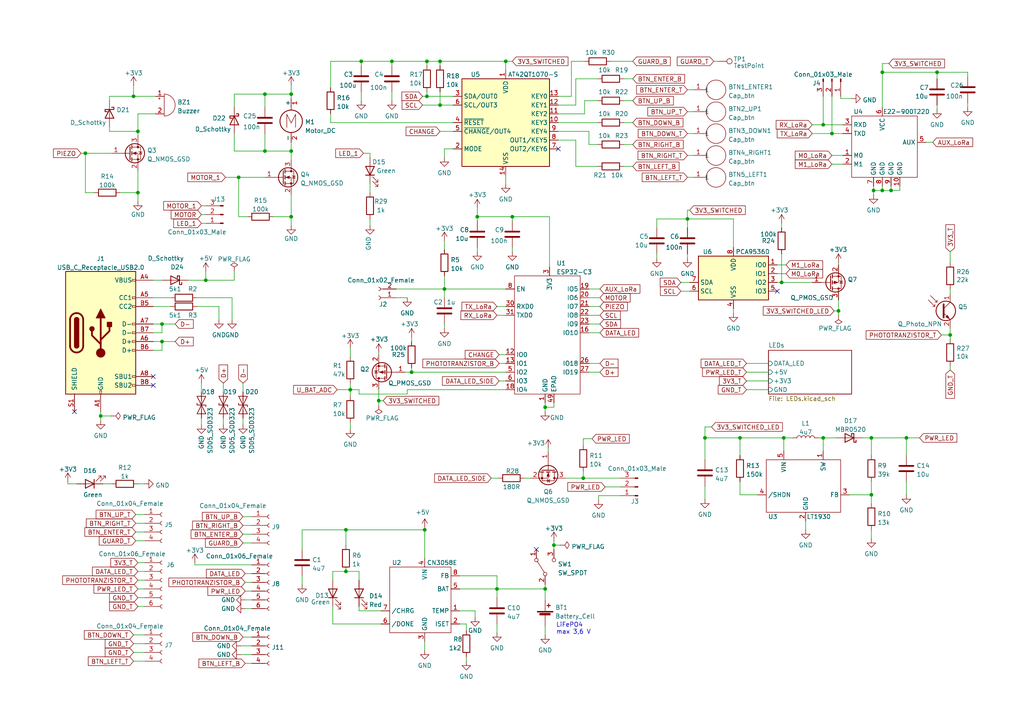
<source format=kicad_sch>
(kicad_sch (version 20211123) (generator eeschema)
  (paper "A4")
  (title_block (title "Universal module") (rev "1"))
  (junction (at 199.39 63.5))
  (junction (at 127.635 30.48))
  (junction (at 84.455 62.865))
  (junction (at 238.76 36.195))
  (junction (at 227.33 127))
  (junction (at 127.635 17.78))
  (junction (at 160.655 158.115))
  (junction (at 252.73 127))
  (junction (at 146.685 17.78))
  (junction (at 24.765 44.45))
  (junction (at 59.69 81.28))
  (junction (at 123.825 17.78))
  (junction (at 101.6 113.03))
  (junction (at 46.99 93.98))
  (junction (at 258.445 55.245))
  (junction (at 128.905 83.82))
  (junction (at 255.905 20.955))
  (junction (at 204.47 127))
  (junction (at 100.33 153.67))
  (junction (at 148.59 62.865))
  (junction (at 158.115 118.11))
  (junction (at 169.164 138.684))
  (junction (at 123.825 27.94))
  (junction (at 271.78 20.955))
  (junction (at 238.76 127))
  (junction (at 113.665 17.78))
  (junction (at 100.33 165.735))
  (junction (at 144.145 170.815))
  (junction (at 241.3 38.735))
  (junction (at 84.455 27.305))
  (junction (at 243.205 90.17))
  (junction (at 214.63 127))
  (junction (at 252.73 143.51))
  (junction (at 104.775 17.78))
  (junction (at 119.38 107.95))
  (junction (at 109.855 116.205))
  (junction (at 76.835 27.305))
  (junction (at 40.005 38.1))
  (junction (at 226.695 81.915))
  (junction (at 262.89 127))
  (junction (at 69.215 51.435))
  (junction (at 253.365 55.245))
  (junction (at 84.455 43.815))
  (junction (at 138.43 62.865))
  (junction (at 46.99 99.06))
  (junction (at 123.19 153.67))
  (junction (at 255.905 55.245))
  (junction (at 38.735 27.94))
  (junction (at 76.835 43.815))
  (junction (at 275.59 97.155))
  (junction (at 40.005 55.88))
  (junction (at 29.21 120.65))
  (junction (at 158.115 170.815))
  (no_connect (at 225.425 84.455))
  (no_connect (at 155.575 159.385))
  (no_connect (at 44.45 109.22))
  (no_connect (at 44.45 111.76))
  (no_connect (at 161.925 43.18))
  (no_connect (at 21.59 119.38))
  (wire (pts (xy 160.655 158.115) (xy 162.56 158.115)))
  (wire (pts (xy 144.78 110.49) (xy 146.685 110.49)))
  (wire (pts (xy 135.255 190.5) (xy 135.255 191.77)))
  (wire (pts (xy 170.815 86.36) (xy 173.99 86.36)))
  (wire (pts (xy 58.42 64.77) (xy 59.69 64.77)))
  (wire (pts (xy 275.59 98.425) (xy 275.59 97.155)))
  (wire (pts (xy 114.935 86.36) (xy 118.11 86.36)))
  (wire (pts (xy 225.425 81.915) (xy 226.695 81.915)))
  (wire (pts (xy 57.15 88.9) (xy 63.5 88.9)))
  (wire (pts (xy 54.61 81.28) (xy 59.69 81.28)))
  (wire (pts (xy 113.665 26.67) (xy 113.665 29.21)))
  (wire (pts (xy 243.205 86.995) (xy 243.205 90.17)))
  (wire (pts (xy 253.365 55.245) (xy 253.365 56.515)))
  (wire (pts (xy 40.005 38.1) (xy 40.005 33.02)))
  (wire (pts (xy 109.855 113.03) (xy 109.855 116.205)))
  (wire (pts (xy 123.19 186.055) (xy 123.19 188.595)))
  (wire (pts (xy 104.14 175.895) (xy 104.14 177.165)))
  (wire (pts (xy 137.795 179.07) (xy 137.795 177.165)))
  (wire (pts (xy 64.77 121.285) (xy 64.77 123.19)))
  (wire (pts (xy 29.21 120.65) (xy 32.385 120.65)))
  (wire (pts (xy 67.945 81.28) (xy 59.69 81.28)))
  (wire (pts (xy 158.115 181.61) (xy 158.115 184.15)))
  (wire (pts (xy 31.75 36.83) (xy 31.75 38.1)))
  (wire (pts (xy 109.855 116.205) (xy 109.855 117.475)))
  (wire (pts (xy 19.685 139.7) (xy 19.685 140.335)))
  (wire (pts (xy 44.45 88.9) (xy 49.53 88.9)))
  (wire (pts (xy 40.005 163.195) (xy 41.91 163.195)))
  (wire (pts (xy 87.63 167.005) (xy 87.63 169.545)))
  (wire (pts (xy 119.38 107.95) (xy 146.685 107.95)))
  (wire (pts (xy 39.37 154.305) (xy 41.91 154.305)))
  (wire (pts (xy 84.455 41.275) (xy 84.455 43.815)))
  (wire (pts (xy 101.6 111.125) (xy 101.6 113.03)))
  (wire (pts (xy 24.765 55.88) (xy 24.765 44.45)))
  (wire (pts (xy 160.655 158.115) (xy 160.655 159.385)))
  (wire (pts (xy 173.609 143.764) (xy 179.959 143.764)))
  (wire (pts (xy 271.78 20.955) (xy 280.67 20.955)))
  (wire (pts (xy 167.005 30.48) (xy 167.005 22.86)))
  (wire (pts (xy 144.78 102.87) (xy 146.685 102.87)))
  (wire (pts (xy 84.455 56.515) (xy 84.455 62.865)))
  (wire (pts (xy 237.49 127) (xy 238.76 127)))
  (wire (pts (xy 65.405 51.435) (xy 69.215 51.435)))
  (wire (pts (xy 144.145 91.44) (xy 146.685 91.44)))
  (wire (pts (xy 76.835 38.735) (xy 76.835 43.815)))
  (wire (pts (xy 70.485 184.785) (xy 73.025 184.785)))
  (wire (pts (xy 275.59 83.82) (xy 275.59 85.09)))
  (wire (pts (xy 206.375 123.825) (xy 204.47 123.825)))
  (wire (pts (xy 255.905 20.955) (xy 255.905 31.115)))
  (wire (pts (xy 250.19 127) (xy 252.73 127)))
  (wire (pts (xy 105.41 44.45) (xy 107.315 44.45)))
  (wire (pts (xy 31.75 38.1) (xy 40.005 38.1)))
  (wire (pts (xy 197.485 84.455) (xy 200.025 84.455)))
  (wire (pts (xy 161.925 38.1) (xy 170.815 38.1)))
  (wire (pts (xy 107.315 44.45) (xy 107.315 45.72)))
  (wire (pts (xy 39.37 149.225) (xy 41.91 149.225)))
  (wire (pts (xy 280.67 29.845) (xy 280.67 31.115)))
  (wire (pts (xy 117.475 107.95) (xy 119.38 107.95)))
  (wire (pts (xy 27.305 55.88) (xy 24.765 55.88)))
  (wire (pts (xy 146.685 50.8) (xy 146.685 53.34)))
  (wire (pts (xy 57.15 86.36) (xy 67.31 86.36)))
  (wire (pts (xy 46.99 93.98) (xy 50.8 93.98)))
  (wire (pts (xy 127.635 38.1) (xy 131.445 38.1)))
  (wire (pts (xy 183.515 17.78) (xy 177.165 17.78)))
  (wire (pts (xy 158.115 116.84) (xy 158.115 118.11)))
  (wire (pts (xy 84.455 24.765) (xy 84.455 27.305)))
  (wire (pts (xy 95.885 25.4) (xy 95.885 17.78)))
  (wire (pts (xy 38.735 184.15) (xy 41.91 184.15)))
  (wire (pts (xy 241.3 45.085) (xy 244.475 45.085)))
  (wire (pts (xy 71.12 166.37) (xy 73.025 166.37)))
  (wire (pts (xy 252.73 132.08) (xy 252.73 127)))
  (wire (pts (xy 122.555 27.94) (xy 123.825 27.94)))
  (wire (pts (xy 212.725 63.5) (xy 212.725 71.755)))
  (wire (pts (xy 138.43 71.755) (xy 138.43 73.025)))
  (wire (pts (xy 104.775 26.67) (xy 104.775 29.21)))
  (wire (pts (xy 169.164 136.779) (xy 169.164 138.684)))
  (wire (pts (xy 123.825 17.78) (xy 123.825 19.05)))
  (wire (pts (xy 262.89 127) (xy 262.89 132.08)))
  (wire (pts (xy 71.12 176.53) (xy 73.025 176.53)))
  (wire (pts (xy 58.42 62.23) (xy 59.69 62.23)))
  (wire (pts (xy 71.755 62.865) (xy 69.215 62.865)))
  (wire (pts (xy 133.35 180.975) (xy 135.255 180.975)))
  (wire (pts (xy 100.33 153.67) (xy 100.33 158.115)))
  (wire (pts (xy 29.845 140.335) (xy 32.385 140.335)))
  (wire (pts (xy 107.315 53.34) (xy 107.315 55.88)))
  (wire (pts (xy 227.33 127) (xy 229.87 127)))
  (wire (pts (xy 71.12 173.99) (xy 73.025 173.99)))
  (wire (pts (xy 199.39 26.035) (xy 201.295 26.035)))
  (wire (pts (xy 273.05 97.155) (xy 275.59 97.155)))
  (wire (pts (xy 225.425 76.835) (xy 227.965 76.835)))
  (wire (pts (xy 104.14 113.03) (xy 101.6 113.03)))
  (wire (pts (xy 59.69 81.28) (xy 59.69 78.74)))
  (wire (pts (xy 127.635 26.67) (xy 127.635 30.48)))
  (wire (pts (xy 216.535 110.49) (xy 222.885 110.49)))
  (wire (pts (xy 180.975 48.26) (xy 183.515 48.26)))
  (wire (pts (xy 113.665 17.78) (xy 123.825 17.78)))
  (wire (pts (xy 167.005 48.26) (xy 173.355 48.26)))
  (wire (pts (xy 133.35 177.165) (xy 137.795 177.165)))
  (wire (pts (xy 158.115 118.11) (xy 158.115 119.38)))
  (wire (pts (xy 161.925 30.48) (xy 167.005 30.48)))
  (wire (pts (xy 128.905 43.18) (xy 128.905 45.72)))
  (wire (pts (xy 63.5 88.9) (xy 63.5 92.71)))
  (wire (pts (xy 169.164 138.684) (xy 179.959 138.684)))
  (wire (pts (xy 214.63 143.51) (xy 214.63 139.7)))
  (wire (pts (xy 40.005 55.88) (xy 40.005 58.42)))
  (wire (pts (xy 84.455 27.305) (xy 84.455 28.575)))
  (wire (pts (xy 255.905 55.245) (xy 253.365 55.245)))
  (wire (pts (xy 40.005 49.53) (xy 40.005 55.88)))
  (wire (pts (xy 159.385 62.865) (xy 148.59 62.865)))
  (wire (pts (xy 118.11 113.03) (xy 118.11 114.3)))
  (wire (pts (xy 238.76 127) (xy 238.76 130.81)))
  (wire (pts (xy 170.815 96.52) (xy 173.99 96.52)))
  (wire (pts (xy 148.59 62.865) (xy 148.59 64.135)))
  (wire (pts (xy 70.485 154.94) (xy 73.025 154.94)))
  (wire (pts (xy 109.855 102.235) (xy 109.855 102.87)))
  (wire (pts (xy 87.63 153.67) (xy 87.63 159.385)))
  (wire (pts (xy 275.59 97.155) (xy 275.59 95.25)))
  (wire (pts (xy 76.835 27.305) (xy 84.455 27.305)))
  (wire (pts (xy 169.545 33.02) (xy 169.545 29.21)))
  (wire (pts (xy 146.685 17.78) (xy 148.59 17.78)))
  (wire (pts (xy 39.37 156.845) (xy 41.91 156.845)))
  (wire (pts (xy 257.81 18.415) (xy 255.905 18.415)))
  (wire (pts (xy 113.665 19.05) (xy 113.665 17.78)))
  (wire (pts (xy 199.39 51.435) (xy 201.295 51.435)))
  (wire (pts (xy 165.735 27.94) (xy 161.925 27.94)))
  (wire (pts (xy 241.3 47.625) (xy 244.475 47.625)))
  (wire (pts (xy 67.945 43.815) (xy 76.835 43.815)))
  (wire (pts (xy 247.015 28.575) (xy 243.84 28.575)))
  (wire (pts (xy 44.45 99.06) (xy 46.99 99.06)))
  (wire (pts (xy 199.39 60.96) (xy 199.39 63.5)))
  (wire (pts (xy 238.76 127) (xy 242.57 127)))
  (wire (pts (xy 19.685 140.335) (xy 22.225 140.335)))
  (wire (pts (xy 180.975 22.86) (xy 183.515 22.86)))
  (wire (pts (xy 135.255 180.975) (xy 135.255 182.88)))
  (wire (pts (xy 119.38 107.95) (xy 119.38 106.68)))
  (wire (pts (xy 255.905 18.415) (xy 255.905 20.955)))
  (wire (pts (xy 252.73 127) (xy 262.89 127)))
  (wire (pts (xy 255.905 20.955) (xy 271.78 20.955)))
  (wire (pts (xy 133.35 167.005) (xy 144.145 167.005)))
  (wire (pts (xy 110.49 177.165) (xy 104.14 177.165)))
  (wire (pts (xy 170.815 38.1) (xy 170.815 41.91)))
  (wire (pts (xy 104.14 114.3) (xy 104.14 113.03)))
  (wire (pts (xy 70.485 157.48) (xy 73.025 157.48)))
  (wire (pts (xy 190.5 73.66) (xy 190.5 74.93)))
  (wire (pts (xy 225.425 79.375) (xy 227.965 79.375)))
  (wire (pts (xy 138.43 62.865) (xy 148.59 62.865)))
  (wire (pts (xy 45.085 27.94) (xy 38.735 27.94)))
  (wire (pts (xy 69.215 51.435) (xy 76.835 51.435)))
  (wire (pts (xy 260.985 55.245) (xy 258.445 55.245)))
  (wire (pts (xy 29.21 120.65) (xy 29.21 121.92)))
  (wire (pts (xy 95.885 17.78) (xy 104.775 17.78)))
  (wire (pts (xy 138.43 60.325) (xy 138.43 62.865)))
  (wire (pts (xy 118.11 114.3) (xy 104.14 114.3)))
  (wire (pts (xy 199.39 45.085) (xy 201.295 45.085)))
  (wire (pts (xy 148.59 71.755) (xy 148.59 73.025)))
  (wire (pts (xy 24.765 44.45) (xy 32.385 44.45)))
  (wire (pts (xy 169.545 29.21) (xy 173.355 29.21)))
  (wire (pts (xy 190.5 66.04) (xy 190.5 63.5)))
  (wire (pts (xy 84.455 43.815) (xy 84.455 46.355)))
  (wire (pts (xy 96.52 165.735) (xy 100.33 165.735)))
  (wire (pts (xy 123.19 153.67) (xy 123.19 161.925)))
  (wire (pts (xy 170.815 107.95) (xy 173.99 107.95)))
  (wire (pts (xy 114.935 83.82) (xy 128.905 83.82)))
  (wire (pts (xy 238.76 36.195) (xy 244.475 36.195)))
  (wire (pts (xy 131.445 35.56) (xy 95.885 35.56)))
  (wire (pts (xy 122.555 30.48) (xy 127.635 30.48)))
  (wire (pts (xy 144.145 180.975) (xy 144.145 183.515)))
  (wire (pts (xy 241.3 38.735) (xy 244.475 38.735)))
  (wire (pts (xy 34.925 55.88) (xy 40.005 55.88)))
  (wire (pts (xy 131.445 43.18) (xy 128.905 43.18)))
  (wire (pts (xy 109.855 116.205) (xy 111.125 116.205)))
  (wire (pts (xy 252.73 143.51) (xy 252.73 146.05)))
  (wire (pts (xy 199.39 63.5) (xy 199.39 66.04)))
  (wire (pts (xy 110.49 180.975) (xy 96.52 180.975)))
  (wire (pts (xy 197.485 81.915) (xy 200.025 81.915)))
  (wire (pts (xy 101.6 113.03) (xy 101.6 114.935)))
  (wire (pts (xy 180.975 29.21) (xy 183.515 29.21)))
  (wire (pts (xy 199.39 73.66) (xy 199.39 74.93)))
  (wire (pts (xy 44.45 93.98) (xy 46.99 93.98)))
  (wire (pts (xy 58.42 59.69) (xy 59.69 59.69)))
  (wire (pts (xy 29.21 119.38) (xy 29.21 120.65)))
  (wire (pts (xy 167.005 22.86) (xy 173.355 22.86)))
  (wire (pts (xy 144.145 167.005) (xy 144.145 170.815)))
  (wire (pts (xy 79.375 62.865) (xy 84.455 62.865)))
  (wire (pts (xy 38.735 24.765) (xy 38.735 27.94)))
  (wire (pts (xy 152.146 138.684) (xy 153.924 138.684)))
  (wire (pts (xy 144.78 105.41) (xy 146.685 105.41)))
  (wire (pts (xy 44.45 101.6) (xy 46.99 101.6)))
  (wire (pts (xy 252.73 139.7) (xy 252.73 143.51)))
  (wire (pts (xy 169.164 127.254) (xy 169.164 129.159)))
  (wire (pts (xy 38.735 191.77) (xy 41.91 191.77)))
  (wire (pts (xy 180.975 35.56) (xy 183.515 35.56)))
  (wire (pts (xy 258.445 53.975) (xy 258.445 55.245)))
  (wire (pts (xy 96.52 168.275) (xy 96.52 165.735)))
  (wire (pts (xy 170.815 105.41) (xy 173.99 105.41)))
  (wire (pts (xy 40.005 33.02) (xy 45.085 33.02)))
  (wire (pts (xy 266.7 127) (xy 262.89 127)))
  (wire (pts (xy 104.775 19.05) (xy 104.775 17.78)))
  (wire (pts (xy 212.725 89.535) (xy 212.725 90.805)))
  (wire (pts (xy 262.89 139.7) (xy 262.89 143.51)))
  (wire (pts (xy 268.605 41.275) (xy 270.51 41.275)))
  (wire (pts (xy 67.945 27.305) (xy 76.835 27.305)))
  (wire (pts (xy 204.47 140.97) (xy 204.47 144.78)))
  (wire (pts (xy 235.585 38.735) (xy 241.3 38.735)))
  (wire (pts (xy 23.495 44.45) (xy 24.765 44.45)))
  (wire (pts (xy 159.385 77.47) (xy 159.385 62.865)))
  (wire (pts (xy 271.78 20.955) (xy 271.78 22.86)))
  (wire (pts (xy 243.84 28.575) (xy 243.84 27.94)))
  (wire (pts (xy 169.545 17.78) (xy 165.735 17.78)))
  (wire (pts (xy 107.315 63.5) (xy 107.315 65.405)))
  (wire (pts (xy 56.515 163.83) (xy 73.025 163.83)))
  (wire (pts (xy 144.145 173.355) (xy 144.145 170.815)))
  (wire (pts (xy 165.735 17.78) (xy 165.735 27.94)))
  (wire (pts (xy 44.45 96.52) (xy 46.99 96.52)))
  (wire (pts (xy 190.5 63.5) (xy 199.39 63.5)))
  (wire (pts (xy 180.975 41.91) (xy 183.515 41.91)))
  (wire (pts (xy 204.47 123.825) (xy 204.47 127)))
  (wire (pts (xy 40.005 173.355) (xy 41.91 173.355)))
  (wire (pts (xy 128.905 93.98) (xy 128.905 95.25)))
  (wire (pts (xy 58.42 121.285) (xy 58.42 123.19)))
  (wire (pts (xy 170.815 93.98) (xy 173.99 93.98)))
  (wire (pts (xy 97.79 113.03) (xy 101.6 113.03)))
  (wire (pts (xy 144.145 88.9) (xy 146.685 88.9)))
  (wire (pts (xy 146.685 17.78) (xy 146.685 20.32)))
  (wire (pts (xy 69.215 62.865) (xy 69.215 51.435)))
  (wire (pts (xy 208.28 17.78) (xy 207.01 17.78)))
  (wire (pts (xy 87.63 153.67) (xy 100.33 153.67)))
  (wire (pts (xy 246.38 143.51) (xy 252.73 143.51)))
  (wire (pts (xy 204.47 127) (xy 204.47 133.35)))
  (wire (pts (xy 100.33 153.67) (xy 123.19 153.67)))
  (wire (pts (xy 95.885 35.56) (xy 95.885 33.02)))
  (wire (pts (xy 170.815 91.44) (xy 173.99 91.44)))
  (wire (pts (xy 227.33 130.81) (xy 227.33 127)))
  (wire (pts (xy 160.655 118.11) (xy 158.115 118.11)))
  (wire (pts (xy 39.37 151.765) (xy 41.91 151.765)))
  (wire (pts (xy 58.42 111.125) (xy 58.42 113.665)))
  (wire (pts (xy 252.73 153.67) (xy 252.73 156.21)))
  (wire (pts (xy 204.47 127) (xy 214.63 127)))
  (wire (pts (xy 44.45 86.36) (xy 49.53 86.36)))
  (wire (pts (xy 142.494 138.684) (xy 144.526 138.684)))
  (wire (pts (xy 241.3 27.94) (xy 241.3 38.735)))
  (wire (pts (xy 104.14 168.275) (xy 104.14 165.735)))
  (wire (pts (xy 226.695 73.66) (xy 226.695 81.915)))
  (wire (pts (xy 216.535 107.95) (xy 222.885 107.95)))
  (wire (pts (xy 128.905 83.82) (xy 146.685 83.82)))
  (wire (pts (xy 233.68 151.13) (xy 233.68 153.67)))
  (wire (pts (xy 127.635 30.48) (xy 131.445 30.48)))
  (wire (pts (xy 170.815 83.82) (xy 173.99 83.82)))
  (wire (pts (xy 238.76 27.94) (xy 238.76 36.195)))
  (wire (pts (xy 170.815 41.91) (xy 173.355 41.91)))
  (wire (pts (xy 70.485 149.86) (xy 73.025 149.86)))
  (wire (pts (xy 123.825 26.67) (xy 123.825 27.94)))
  (wire (pts (xy 46.99 93.98) (xy 46.99 96.52)))
  (wire (pts (xy 76.835 27.305) (xy 76.835 31.115)))
  (wire (pts (xy 76.835 43.815) (xy 84.455 43.815)))
  (wire (pts (xy 101.6 100.965) (xy 101.6 103.505)))
  (wire (pts (xy 199.39 63.5) (xy 212.725 63.5)))
  (wire (pts (xy 271.78 30.48) (xy 271.78 31.75)))
  (wire (pts (xy 158.115 169.545) (xy 158.115 170.815)))
  (wire (pts (xy 170.815 88.9) (xy 173.99 88.9)))
  (wire (pts (xy 44.45 81.28) (xy 46.99 81.28)))
  (wire (pts (xy 69.85 187.325) (xy 73.025 187.325)))
  (wire (pts (xy 127.635 17.78) (xy 146.685 17.78)))
  (wire (pts (xy 31.75 27.94) (xy 38.735 27.94)))
  (wire (pts (xy 159.004 130.048) (xy 159.004 131.064)))
  (wire (pts (xy 67.945 78.74) (xy 67.945 81.28)))
  (wire (pts (xy 128.905 80.01) (xy 128.905 83.82)))
  (wire (pts (xy 160.655 156.845) (xy 160.655 158.115)))
  (wire (pts (xy 216.535 113.03) (xy 222.885 113.03)))
  (wire (pts (xy 70.485 152.4) (xy 73.025 152.4)))
  (wire (pts (xy 161.925 33.02) (xy 169.545 33.02)))
  (wire (pts (xy 173.609 143.764) (xy 173.609 145.034)))
  (wire (pts (xy 40.005 170.815) (xy 41.91 170.815)))
  (wire (pts (xy 127.635 17.78) (xy 127.635 19.05)))
  (wire (pts (xy 161.925 40.64) (xy 167.005 40.64)))
  (wire (pts (xy 123.19 153.035) (xy 123.19 153.67)))
  (wire (pts (xy 71.12 192.405) (xy 73.025 192.405)))
  (wire (pts (xy 123.825 17.78) (xy 127.635 17.78)))
  (wire (pts (xy 167.005 40.64) (xy 167.005 48.26)))
  (wire (pts (xy 64.77 111.125) (xy 64.77 113.665)))
  (wire (pts (xy 243.205 90.17) (xy 243.205 91.44)))
  (wire (pts (xy 56.515 163.83) (xy 56.515 163.195)))
  (wire (pts (xy 40.005 168.275) (xy 41.91 168.275)))
  (wire (pts (xy 40.005 165.735) (xy 41.91 165.735)))
  (wire (pts (xy 275.59 107.315) (xy 275.59 106.045)))
  (wire (pts (xy 199.39 38.735) (xy 201.295 38.735)))
  (wire (pts (xy 179.959 141.224) (xy 175.514 141.224)))
  (wire (pts (xy 199.39 32.385) (xy 201.295 32.385)))
  (wire (pts (xy 226.695 81.915) (xy 235.585 81.915)))
  (wire (pts (xy 144.145 170.815) (xy 158.115 170.815)))
  (wire (pts (xy 128.905 69.85) (xy 128.905 72.39)))
  (wire (pts (xy 255.905 53.975) (xy 255.905 55.245)))
  (wire (pts (xy 71.12 168.91) (xy 73.025 168.91)))
  (wire (pts (xy 160.655 116.84) (xy 160.655 118.11)))
  (wire (pts (xy 40.005 175.895) (xy 41.91 175.895)))
  (wire (pts (xy 38.735 186.69) (xy 41.91 186.69)))
  (wire (pts (xy 258.445 55.245) (xy 255.905 55.245)))
  (wire (pts (xy 253.365 53.975) (xy 253.365 55.245)))
  (wire (pts (xy 243.205 90.17) (xy 241.935 90.17)))
  (wire (pts (xy 214.63 132.08) (xy 214.63 127)))
  (wire (pts (xy 200.025 60.96) (xy 199.39 60.96)))
  (wire (pts (xy 219.71 143.51) (xy 214.63 143.51)))
  (wire (pts (xy 96.52 175.895) (xy 96.52 180.975)))
  (wire (pts (xy 280.67 22.225) (xy 280.67 20.955)))
  (wire (pts (xy 40.005 140.335) (xy 41.91 140.335)))
  (wire (pts (xy 123.825 27.94) (xy 131.445 27.94)))
  (wire (pts (xy 133.35 170.815) (xy 144.145 170.815)))
  (wire (pts (xy 70.485 121.285) (xy 70.485 123.19)))
  (wire (pts (xy 101.6 122.555) (xy 101.6 124.46)))
  (wire (pts (xy 119.38 97.79) (xy 119.38 99.06)))
  (wire (pts (xy 161.925 35.56) (xy 173.355 35.56)))
  (wire (pts (xy 69.85 189.865) (xy 73.025 189.865)))
  (wire (pts (xy 40.005 38.1) (xy 40.005 39.37)))
  (wire (pts (xy 138.43 64.135) (xy 138.43 62.865)))
  (wire (pts (xy 216.535 105.41) (xy 222.885 105.41)))
  (wire (pts (xy 67.945 31.115) (xy 67.945 27.305)))
  (wire (pts (xy 146.685 113.03) (xy 118.11 113.03)))
  (wire (pts (xy 46.99 99.06) (xy 46.99 101.6)))
  (wire (pts (xy 164.084 138.684) (xy 169.164 138.684)))
  (wire (pts (xy 104.775 17.78) (xy 113.665 17.78)))
  (wire (pts (xy 67.31 86.36) (xy 67.31 92.71)))
  (wire (pts (xy 243.205 76.2) (xy 243.205 76.835)))
  (wire (pts (xy 84.455 62.865) (xy 84.455 65.405)))
  (wire (pts (xy 100.33 165.735) (xy 104.14 165.735)))
  (wire (pts (xy 226.695 64.77) (xy 226.695 66.04)))
  (wire (pts (xy 70.485 111.125) (xy 70.485 113.665)))
  (wire (pts (xy 71.12 171.45) (xy 73.025 171.45)))
  (wire (pts (xy 260.985 53.975) (xy 260.985 55.245)))
  (wire (pts (xy 38.735 189.23) (xy 41.91 189.23)))
  (wire (pts (xy 214.63 127) (xy 227.33 127)))
  (wire (pts (xy 31.75 27.94) (xy 31.75 29.21)))
  (wire (pts (xy 128.905 83.82) (xy 128.905 86.36)))
  (wire (pts (xy 169.164 127.254) (xy 171.704 127.254)))
  (wire (pts (xy 158.115 170.815) (xy 158.115 173.99)))
  (wire (pts (xy 67.945 38.735) (xy 67.945 43.815)))
  (wire (pts (xy 275.59 73.025) (xy 275.59 76.2)))
  (wire (pts (xy 235.585 36.195) (xy 238.76 36.195)))
  (wire (pts (xy 46.99 99.06) (xy 50.8 99.06)))
  (text "LiFePO4\nmax 3,6 V" (at 161.29 184.15 0) (effects (font (size 1.27 1.27)) (justify left bottom)))
  (global_label "PWR_LED" (shape input) (at 171.704 127.254 0) (property "Intersheet References" "${INTERSHEET_REFS}" (effects hide)))
  (global_label "DATA_LED_SIDE" (shape input) (at 142.494 138.684 180) (property "Intersheet References" "${INTERSHEET_REFS}" (effects hide)))
  (global_label "LED_1" (shape input) (at 58.42 64.77 180) (property "Intersheet References" "${INTERSHEET_REFS}" (effects hide)))
  (global_label "M1_LoRa" (shape input) (at 227.965 76.835 0) (property "Intersheet References" "${INTERSHEET_REFS}" (effects hide)))
  (global_label "SDA" (shape input) (at 122.555 27.94 180) (property "Intersheet References" "${INTERSHEET_REFS}" (effects hide)))
  (global_label "MOTOR" (shape input) (at 173.99 86.36 0) (property "Intersheet References" "${INTERSHEET_REFS}" (effects hide)))
  (global_label "3V3_SWITCHED" (shape input) (at 200.025 60.96 0) (property "Intersheet References" "${INTERSHEET_REFS}" (effects hide)))
  (global_label "SCL" (shape input) (at 197.485 84.455 180) (property "Intersheet References" "${INTERSHEET_REFS}" (effects hide)))
  (global_label "D+" (shape input) (at 173.99 107.95 0) (property "Intersheet References" "${INTERSHEET_REFS}" (effects hide)))
  (global_label "BTN_DOWN_T" (shape input) (at 38.735 184.15 180) (property "Intersheet References" "${INTERSHEET_REFS}" (effects hide)))
  (global_label "DATA_LED" (shape input) (at 173.99 96.52 0) (property "Intersheet References" "${INTERSHEET_REFS}" (effects hide)))
  (global_label "BTN_RIGHT_B" (shape input) (at 183.515 41.91 0) (property "Intersheet References" "${INTERSHEET_REFS}" (effects hide)))
  (global_label "GUARD_T" (shape input) (at 39.37 156.845 180) (property "Intersheet References" "${INTERSHEET_REFS}" (effects hide)))
  (global_label "GND_T" (shape input) (at 40.005 175.895 180) (property "Intersheet References" "${INTERSHEET_REFS}" (effects hide)))
  (global_label "3V3_SWITCHED_LED" (shape input) (at 206.375 123.825 0) (property "Intersheet References" "${INTERSHEET_REFS}" (effects hide)))
  (global_label "PWR_LED_T" (shape input) (at 40.005 170.815 180) (property "Intersheet References" "${INTERSHEET_REFS}" (effects hide)))
  (global_label "BTN_UP_T" (shape input) (at 199.39 32.385 180) (property "Intersheet References" "${INTERSHEET_REFS}" (effects hide)))
  (global_label "SCL" (shape input) (at 122.555 30.48 180) (property "Intersheet References" "${INTERSHEET_REFS}" (effects hide)))
  (global_label "DATA_LED_T" (shape input) (at 40.005 165.735 180) (property "Intersheet References" "${INTERSHEET_REFS}" (effects hide)))
  (global_label "MOTOR" (shape input) (at 58.42 62.23 180) (property "Intersheet References" "${INTERSHEET_REFS}" (effects hide)))
  (global_label "GUARD_B" (shape input) (at 70.485 157.48 180) (property "Intersheet References" "${INTERSHEET_REFS}" (effects hide)))
  (global_label "PHOTOTRANZISTOR_T" (shape input) (at 40.005 168.275 180) (property "Intersheet References" "${INTERSHEET_REFS}" (effects hide)))
  (global_label "AUX_LoRa" (shape input) (at 270.51 41.275 0) (property "Intersheet References" "${INTERSHEET_REFS}" (effects hide)))
  (global_label "BTN_RIGHT_T" (shape input) (at 39.37 151.765 180) (property "Intersheet References" "${INTERSHEET_REFS}" (effects hide)))
  (global_label "D+" (shape input) (at 50.8 99.06 0) (property "Intersheet References" "${INTERSHEET_REFS}" (effects hide)))
  (global_label "3V3_SWITCHED" (shape input) (at 257.81 18.415 0) (property "Intersheet References" "${INTERSHEET_REFS}" (effects hide)))
  (global_label "DATA_LED_T" (shape input) (at 216.535 105.41 180) (property "Intersheet References" "${INTERSHEET_REFS}" (effects hide)))
  (global_label "BTN_UP_B" (shape input) (at 70.485 149.86 180) (property "Intersheet References" "${INTERSHEET_REFS}" (effects hide)))
  (global_label "BTN_LEFT_T" (shape input) (at 199.39 51.435 180) (property "Intersheet References" "${INTERSHEET_REFS}" (effects hide)))
  (global_label "GND_T" (shape input) (at 38.735 189.23 180) (property "Intersheet References" "${INTERSHEET_REFS}" (effects hide)))
  (global_label "LED_1" (shape input) (at 105.41 44.45 180) (property "Intersheet References" "${INTERSHEET_REFS}" (effects hide)))
  (global_label "BTN_LEFT_B" (shape input) (at 183.515 48.26 0) (property "Intersheet References" "${INTERSHEET_REFS}" (effects hide)))
  (global_label "3V3_SWITCHED" (shape input) (at 111.125 116.205 0) (property "Intersheet References" "${INTERSHEET_REFS}" (effects hide)))
  (global_label "BTN_RIGHT_B" (shape input) (at 70.485 152.4 180) (property "Intersheet References" "${INTERSHEET_REFS}" (effects hide)))
  (global_label "PHOTOTRANZISTOR_B" (shape input) (at 144.78 105.41 180) (property "Intersheet References" "${INTERSHEET_REFS}" (effects hide)))
  (global_label "D-" (shape input) (at 70.485 111.125 90) (property "Intersheet References" "${INTERSHEET_REFS}" (effects hide)))
  (global_label "MOTOR_1" (shape input) (at 65.405 51.435 180) (property "Intersheet References" "${INTERSHEET_REFS}" (effects hide)))
  (global_label "M0_LoRa" (shape input) (at 227.965 79.375 0) (property "Intersheet References" "${INTERSHEET_REFS}" (effects hide)))
  (global_label "BTN_ENTER_B" (shape input) (at 183.515 22.86 0) (property "Intersheet References" "${INTERSHEET_REFS}" (effects hide)))
  (global_label "M0_LoRa" (shape input) (at 241.3 45.085 180) (property "Intersheet References" "${INTERSHEET_REFS}" (effects hide)))
  (global_label "GND_T" (shape input) (at 216.535 113.03 180) (property "Intersheet References" "${INTERSHEET_REFS}" (effects hide)))
  (global_label "SDA" (shape input) (at 173.99 93.98 0) (property "Intersheet References" "${INTERSHEET_REFS}" (effects hide)))
  (global_label "BTN_ENTER_T" (shape input) (at 199.39 26.035 180) (property "Intersheet References" "${INTERSHEET_REFS}" (effects hide)))
  (global_label "GND_T" (shape input) (at 275.59 107.315 270) (property "Intersheet References" "${INTERSHEET_REFS}" (effects hide)))
  (global_label "GUARD_T" (shape input) (at 207.01 17.78 180) (property "Intersheet References" "${INTERSHEET_REFS}" (effects hide)))
  (global_label "3V3_T" (shape input) (at 216.535 110.49 180) (property "Intersheet References" "${INTERSHEET_REFS}" (effects hide)))
  (global_label "3V3_SWITCHED" (shape input) (at 148.59 17.78 0) (property "Intersheet References" "${INTERSHEET_REFS}" (effects hide)))
  (global_label "U_BAT_ADC" (shape input) (at 97.79 113.03 180) (property "Intersheet References" "${INTERSHEET_REFS}" (effects hide)))
  (global_label "PWR_LED" (shape input) (at 175.514 141.224 180) (property "Intersheet References" "${INTERSHEET_REFS}" (effects hide)))
  (global_label "BTN_ENTER_T" (shape input) (at 39.37 154.305 180) (property "Intersheet References" "${INTERSHEET_REFS}" (effects hide)))
  (global_label "3V3_T" (shape input) (at 40.005 163.195 180) (property "Intersheet References" "${INTERSHEET_REFS}" (effects hide)))
  (global_label "CHANGE" (shape input) (at 144.78 102.87 180) (property "Intersheet References" "${INTERSHEET_REFS}" (effects hide)))
  (global_label "BTN_DOWN_B" (shape input) (at 70.485 184.785 180) (property "Intersheet References" "${INTERSHEET_REFS}" (effects hide)))
  (global_label "BTN_LEFT_B" (shape input) (at 71.12 192.405 180) (property "Intersheet References" "${INTERSHEET_REFS}" (effects hide)))
  (global_label "GND_T" (shape input) (at 38.735 186.69 180) (property "Intersheet References" "${INTERSHEET_REFS}" (effects hide)))
  (global_label "CHANGE" (shape input) (at 127.635 38.1 180) (property "Intersheet References" "${INTERSHEET_REFS}" (effects hide)))
  (global_label "GND_T" (shape input) (at 40.005 173.355 180) (property "Intersheet References" "${INTERSHEET_REFS}" (effects hide)))
  (global_label "GUARD_B" (shape input) (at 183.515 17.78 0) (property "Intersheet References" "${INTERSHEET_REFS}" (effects hide)))
  (global_label "DATA_LED" (shape input) (at 71.12 166.37 180) (property "Intersheet References" "${INTERSHEET_REFS}" (effects hide)))
  (global_label "PIEZO" (shape input) (at 173.99 88.9 0) (property "Intersheet References" "${INTERSHEET_REFS}" (effects hide)))
  (global_label "RX_LoRa" (shape input) (at 144.145 91.44 180) (property "Intersheet References" "${INTERSHEET_REFS}" (effects hide)))
  (global_label "AUX_LoRa" (shape input) (at 173.99 83.82 0) (property "Intersheet References" "${INTERSHEET_REFS}" (effects hide)))
  (global_label "TX_LoRa" (shape input) (at 235.585 38.735 180) (property "Intersheet References" "${INTERSHEET_REFS}" (effects hide)))
  (global_label "BTN_UP_T" (shape input) (at 39.37 149.225 180) (property "Intersheet References" "${INTERSHEET_REFS}" (effects hide)))
  (global_label "D-" (shape input) (at 50.8 93.98 0) (property "Intersheet References" "${INTERSHEET_REFS}" (effects hide)))
  (global_label "BTN_DOWN_T" (shape input) (at 199.39 38.735 180) (property "Intersheet References" "${INTERSHEET_REFS}" (effects hide)))
  (global_label "BTN_ENTER_B" (shape input) (at 70.485 154.94 180) (property "Intersheet References" "${INTERSHEET_REFS}" (effects hide)))
  (global_label "TX_LoRa" (shape input) (at 144.145 88.9 180) (property "Intersheet References" "${INTERSHEET_REFS}" (effects hide)))
  (global_label "DATA_LED_SIDE" (shape input) (at 144.78 110.49 180) (property "Intersheet References" "${INTERSHEET_REFS}" (effects hide)))
  (global_label "SCL" (shape input) (at 173.99 91.44 0) (property "Intersheet References" "${INTERSHEET_REFS}" (effects hide)))
  (global_label "PWR_LED" (shape input) (at 71.12 171.45 180) (property "Intersheet References" "${INTERSHEET_REFS}" (effects hide)))
  (global_label "PHOTOTRANZISTOR_T" (shape input) (at 273.05 97.155 180) (property "Intersheet References" "${INTERSHEET_REFS}" (effects hide)))
  (global_label "M1_LoRa" (shape input) (at 241.3 47.625 180) (property "Intersheet References" "${INTERSHEET_REFS}" (effects hide)))
  (global_label "PHOTOTRANZISTOR_B" (shape input) (at 71.12 168.91 180) (property "Intersheet References" "${INTERSHEET_REFS}" (effects hide)))
  (global_label "3V3_SWITCHED_LED" (shape input) (at 241.935 90.17 180) (property "Intersheet References" "${INTERSHEET_REFS}" (effects hide)))
  (global_label "PWR_LED" (shape input) (at 266.7 127 0) (property "Intersheet References" "${INTERSHEET_REFS}" (effects hide)))
  (global_label "MOTOR_1" (shape input) (at 58.42 59.69 180) (property "Intersheet References" "${INTERSHEET_REFS}" (effects hide)))
  (global_label "PIEZO" (shape input) (at 23.495 44.45 180) (property "Intersheet References" "${INTERSHEET_REFS}" (effects hide)))
  (global_label "PWR_LED_T" (shape input) (at 216.535 107.95 180) (property "Intersheet References" "${INTERSHEET_REFS}" (effects hide)))
  (global_label "RX_LoRa" (shape input) (at 235.585 36.195 180) (property "Intersheet References" "${INTERSHEET_REFS}" (effects hide)))
  (global_label "D+" (shape input) (at 64.77 111.125 90) (property "Intersheet References" "${INTERSHEET_REFS}" (effects hide)))
  (global_label "SDA" (shape input) (at 197.485 81.915 180) (property "Intersheet References" "${INTERSHEET_REFS}" (effects hide)))
  (global_label "BTN_DOWN_B" (shape input) (at 183.515 35.56 0) (property "Intersheet References" "${INTERSHEET_REFS}" (effects hide)))
  (global_label "BTN_UP_B" (shape input) (at 183.515 29.21 0) (property "Intersheet References" "${INTERSHEET_REFS}" (effects hide)))
  (global_label "D-" (shape input) (at 173.99 105.41 0) (property "Intersheet References" "${INTERSHEET_REFS}" (effects hide)))
  (global_label "3V3_T" (shape input) (at 275.59 73.025 90) (property "Intersheet References" "${INTERSHEET_REFS}" (effects hide)))
  (global_label "BTN_LEFT_T" (shape input) (at 38.735 191.77 180) (property "Intersheet References" "${INTERSHEET_REFS}" (effects hide)))
  (global_label "BTN_RIGHT_T" (shape input) (at 199.39 45.085 180) (property "Intersheet References" "${INTERSHEET_REFS}" (effects hide)))
  (symbol (lib_id "Device:C") (at 113.665 22.86 0) (unit 1)
    (property "Reference" "C4" (at 108.585 21.59 0) (effects (justify left)))
    (property "Value" "100n" (at 107.315 25.4 0) (effects (justify left)))
    (property "Footprint" "Capacitor_SMD:C_0603_1608Metric" (effects hide))
    (property "LCSC" "C14663" (effects hide))
  )
  (symbol (lib_name "E22-900T22D_1") (lib_id "Library:E22-900T22D") (at 259.715 42.545 0) (unit 1)
    (property "Reference" "U4" (at 248.92 32.385 0))
    (property "Value" "E22-900T22D" (at 262.89 32.385 0))
    (property "Footprint" "Library:E22-900T22D" (effects hide))
    (property "LCSC" "ručně" (effects hide))
  )
  (symbol (lib_id "Device:Q_NMOS_GSD") (at 81.915 51.435 0) (unit 1)
    (property "Reference" "Q4" (at 87.122 50.6003 0) (effects (justify left)))
    (property "Value" "Q_NMOS_GSD" (at 87.122 53.1372 0) (effects (justify left)))
    (property "Footprint" "Package_TO_SOT_SMD:SOT-23" (effects hide))
    (property "LCSC" "C8545" (effects hide))
    (property "JLCPCB_CORRECTION" "0;0;180" (effects hide))
  )
  (symbol (lib_id "Connector:Conn_01x04_Female") (at 78.105 187.325 0) (unit 1)
    (property "Reference" "J11" (at 78.8162 187.7603 0) (effects (justify left)))
    (property "Value" "Conn_01x04_Female" (at 59.055 182.245 0) (effects (justify left)))
    (property "Footprint" "Connector_PinHeader_2.54mm:PinHeader_1x04_P2.54mm_Vertical" (effects hide))
    (property "LCSC" "ručně" (effects hide))
  )
  (symbol (lib_id "Device:LED") (at 96.52 172.085 90) (unit 1)
    (property "Reference" "D13" (at 91.44 172.72 90) (effects (justify right)))
    (property "Value" "Green" (at 90.17 174.625 90) (effects (justify right)))
    (property "Footprint" "LED_SMD:LED_0603_1608Metric" (effects hide))
    (property "LCSC" "C965805" (effects hide))
  )
  (symbol (lib_id "Device:Q_PMOS_GSD") (at 240.665 81.915 0) (mirror x) (unit 1)
    (property "Reference" "Q7" (at 245.8719 81.0803 0) (effects (justify left)))
    (property "Value" "Q_PMOS_GSD" (at 229.235 86.36 0) (effects (justify left)))
    (property "Footprint" "Package_TO_SOT_SMD:SOT-23" (effects hide))
    (property "LCSC" "C10487" (effects hide))
    (property "JLCPCB_CORRECTION" "0;0;180" (effects hide))
  )
  (symbol (lib_id "Device:R") (at 173.355 17.78 90) (unit 1)
    (property "Reference" "R30" (at 178.435 15.24 90) (effects (justify left)))
    (property "Value" "10k" (at 173.355 15.24 90) (effects (justify left)))
    (property "Footprint" "Resistor_SMD:R_0603_1608Metric" (effects hide))
    (property "LCSC" "C25804" (effects hide))
  )
  (symbol (lib_id "Device:R") (at 101.6 107.315 0) (unit 1)
    (property "Reference" "R1" (at 96.52 106.045 0) (effects (justify left)))
    (property "Value" "47k" (at 96.52 108.585 0) (effects (justify left)))
    (property "Footprint" "Resistor_SMD:R_0603_1608Metric" (effects hide))
    (property "LCSC" "C25819" (effects hide))
  )
  (symbol (lib_id "power:+3V3") (at 138.43 60.325 0) (unit 1)
    (property "Reference" "#PWR0133" (effects hide))
    (property "Value" "+3V3" (at 138.43 56.515 0))
  )
  (symbol (lib_id "Device:D_Schottky") (at 50.8 81.28 180) (unit 1)
    (property "Reference" "D24" (at 53.34 77.47 0) (effects (justify left)))
    (property "Value" "D_Schottky" (at 53.34 74.93 0) (effects (justify left)))
    (property "Footprint" "Diode_SMD:D_SOD-123" (effects hide))
    (property "Datasheet" "https://datasheet.lcsc.com/lcsc/2110281130_KUU-B5817W_C2909923.pdf" (effects hide))
    (property "LCSC" "C2909923" (effects hide))
  )
  (symbol (lib_id "Device:R") (at 101.6 118.745 0) (unit 1)
    (property "Reference" "R7" (at 96.52 117.475 0) (effects (justify left)))
    (property "Value" "10k" (at 96.52 120.015 0) (effects (justify left)))
    (property "Footprint" "Resistor_SMD:R_0603_1608Metric" (effects hide))
    (property "LCSC" "C25804" (effects hide))
  )
  (symbol (lib_id "Connector:Conn_01x06_Female") (at 78.105 168.91 0) (unit 1)
    (property "Reference" "J8" (at 78.8162 169.3453 0) (effects (justify left)))
    (property "Value" "Conn_01x06_Female" (at 59.69 161.29 0) (effects (justify left)))
    (property "Footprint" "Connector_PinSocket_2.54mm:PinSocket_1x06_P2.54mm_Vertical" (effects hide))
    (property "LCSC" "ručně" (effects hide))
  )
  (symbol (lib_id "Device:D_Schottky") (at 31.75 33.02 270) (unit 1)
    (property "Reference" "D21" (at 33.782 31.8678 90) (effects (justify left)))
    (property "Value" "D_Schottky" (at 20.32 35.56 90) (effects (justify left)))
    (property "Footprint" "Diode_SMD:D_SOD-123" (effects hide))
    (property "Datasheet" "https://datasheet.lcsc.com/lcsc/2110281130_KUU-B5817W_C2909923.pdf" (effects hide))
    (property "LCSC" "C2909923" (effects hide))
  )
  (symbol (lib_id "Device:R") (at 107.315 59.69 0) (unit 1)
    (property "Reference" "R29" (at 110.49 58.42 0))
    (property "Value" "1k" (at 110.49 60.96 0))
    (property "Footprint" "Resistor_SMD:R_0603_1608Metric" (effects hide))
    (property "LCSC" "C21190" (effects hide))
  )
  (symbol (lib_id "Device:R") (at 169.164 132.969 0) (unit 1)
    (property "Reference" "R11" (at 170.942 132.1343 0) (effects (justify left)))
    (property "Value" "10k" (at 170.942 134.6712 0) (effects (justify left)))
    (property "Footprint" "Resistor_SMD:R_0603_1608Metric" (effects hide))
    (property "LCSC" "C25804" (effects hide))
  )
  (symbol (lib_id "Device:C") (at 87.63 163.195 0) (unit 1)
    (property "Reference" "C1" (at 90.551 162.3603 0) (effects (justify left)))
    (property "Value" "4u7" (at 90.551 164.8972 0) (effects (justify left)))
    (property "Footprint" "Capacitor_SMD:C_0805_2012Metric" (effects hide))
    (property "LCSC" "C1779" (effects hide))
  )
  (symbol (lib_id "Device:D_Schottky") (at 67.945 34.925 270) (unit 1)
    (property "Reference" "D22" (at 61.595 34.29 90) (effects (justify left)))
    (property "Value" "D_Schottky" (at 56.515 37.465 90) (effects (justify left)))
    (property "Footprint" "Diode_SMD:D_SOD-123" (effects hide))
    (property "Datasheet" "https://datasheet.lcsc.com/lcsc/2110281130_KUU-B5817W_C2909923.pdf" (effects hide))
    (property "LCSC" "C2909923" (effects hide))
  )
  (symbol (lib_id "Connector:Conn_01x02_Female") (at 109.855 86.36 180) (unit 1)
    (property "Reference" "J2" (at 111.125 88.265 0))
    (property "Value" "Conn_01x02_Female" (at 110.49 81.28 0))
    (property "Footprint" "Connector_PinSocket_1.27mm:PinSocket_1x02_P1.27mm_Vertical" (effects hide))
    (property "LCSC" "ručně" (effects hide))
  )
  (symbol (lib_id "power:+3V3") (at 243.205 76.2 0) (mirror y) (unit 1)
    (property "Reference" "#PWR0182" (effects hide))
    (property "Value" "+3V3" (at 245.745 72.39 0) (effects (justify left)))
  )
  (symbol (lib_id "Library:Cap_btn") (at 207.645 38.735 0) (unit 1)
    (property "Reference" "BTN3_DOWN1" (at 211.2214 37.9257 0) (effects (justify left)))
    (property "Value" "Cap_btn" (at 211.2214 40.4626 0) (effects (justify left)))
    (property "Footprint" "Library:Cap_btn_1,6x1,6" (effects hide))
    (property "LCSC" "-" (effects hide))
  )
  (symbol (lib_id "power:GND") (at 128.905 45.72 0) (unit 1)
    (property "Reference" "#PWR0128" (effects hide))
    (property "Value" "GND" (at 128.905 50.1634 0))
  )
  (symbol (lib_id "Device:Q_NMOS_GSD") (at 159.004 136.144 270) (unit 1)
    (property "Reference" "Q6" (at 159.004 142.6194 90))
    (property "Value" "Q_NMOS_GSD" (at 159.004 145.1563 90))
    (property "Footprint" "Package_TO_SOT_SMD:SOT-23" (effects hide))
    (property "LCSC" "C8545" (effects hide))
    (property "JLCPCB_CORRECTION" "0;0;180" (effects hide))
  )
  (symbol (lib_id "power:GND") (at 144.145 183.515 0) (unit 1)
    (property "Reference" "#PWR0150" (effects hide))
    (property "Value" "GND" (at 144.145 187.9584 0))
  )
  (symbol (lib_id "power:GND") (at 63.5 92.71 0) (unit 1)
    (property "Reference" "#PWR0153" (effects hide))
    (property "Value" "GND" (at 63.5 97.1534 0))
  )
  (symbol (lib_id "power:GND") (at 280.67 31.115 0) (unit 1)
    (property "Reference" "#PWR0194" (effects hide))
    (property "Value" "GND" (at 280.67 35.5584 0))
  )
  (symbol (lib_id "Device:C") (at 76.835 34.925 0) (unit 1)
    (property "Reference" "C25" (at 70.485 33.655 0) (effects (justify left)))
    (property "Value" "100n" (at 70.485 36.83 0) (effects (justify left)))
    (property "Footprint" "Capacitor_SMD:C_0603_1608Metric" (effects hide))
    (property "LCSC" "C14663" (effects hide))
  )
  (symbol (lib_id "Diode:SD05_SOD323") (at 70.485 117.475 90) (unit 1)
    (property "Reference" "D20" (at 71.12 113.665 90) (effects (justify right)))
    (property "Value" "SD05_SOD323" (at 73.025 118.11 0) (effects (justify right)))
    (property "Footprint" "Diode_SMD:D_SOD-323" (effects hide))
    (property "Datasheet" "https://www.littelfuse.com/~/media/electronics/datasheets/tvs_diode_arrays/littelfuse_tvs_diode_array_sd_c_datasheet.pdf.pdf" (effects hide))
    (property "LCSC" "C3002993" (effects hide))
  )
  (symbol (lib_id "power:GND") (at 262.89 143.51 0) (unit 1)
    (property "Reference" "#PWR0143" (effects hide))
    (property "Value" "GND" (at 262.89 147.9534 0))
  )
  (symbol (lib_id "Device:R") (at 177.165 48.26 270) (unit 1)
    (property "Reference" "R21" (at 172.085 50.8 90) (effects (justify left)))
    (property "Value" "10k" (at 177.165 50.8 90) (effects (justify left)))
    (property "Footprint" "Resistor_SMD:R_0603_1608Metric" (effects hide))
    (property "LCSC" "C25804" (effects hide))
  )
  (symbol (lib_id "power:GND") (at 137.795 179.07 0) (unit 1)
    (property "Reference" "#PWR0102" (effects hide))
    (property "Value" "GND" (at 137.795 182.88 0))
  )
  (symbol (lib_id "Library:LT1930") (at 233.68 140.97 0) (unit 1)
    (property "Reference" "U3" (at 224.155 149.86 0))
    (property "Value" "LT1930" (at 237.49 149.86 0))
    (property "Footprint" "Package_TO_SOT_SMD:SOT-23-5" (effects hide))
    (property "Datasheet" "https://www.analog.com/media/en/technical-documentation/data-sheets/1930f.pdf" (effects hide))
    (property "LCSC" "C579930" (effects hide))
    (property "JLCPCB_CORRECTION" "0;0;180" (effects hide))
  )
  (symbol (lib_id "Device:R") (at 95.885 29.21 0) (unit 1)
    (property "Reference" "R16" (at 97.663 28.3753 0) (effects (justify left)))
    (property "Value" "10k" (at 97.663 30.9122 0) (effects (justify left)))
    (property "Footprint" "Resistor_SMD:R_0603_1608Metric" (effects hide))
    (property "LCSC" "C25804" (effects hide))
  )
  (symbol (lib_id "power:GND") (at 190.5 74.93 0) (unit 1)
    (property "Reference" "#PWR0189" (effects hide))
    (property "Value" "GND" (at 190.5 79.3734 0))
  )
  (symbol (lib_id "Device:R") (at 148.336 138.684 90) (unit 1)
    (property "Reference" "R28" (at 146.685 136.652 90) (effects (justify right)))
    (property "Value" "180R" (at 145.796 141.224 90) (effects (justify right)))
    (property "Footprint" "Resistor_SMD:R_0603_1608Metric" (effects hide))
    (property "LCSC" "C22828" (effects hide))
  )
  (symbol (lib_id "power:GND") (at 271.78 31.75 0) (unit 1)
    (property "Reference" "#PWR0193" (effects hide))
    (property "Value" "GND" (at 271.78 36.1934 0))
  )
  (symbol (lib_id "Device:C") (at 138.43 67.945 0) (unit 1)
    (property "Reference" "C8" (at 133.35 66.675 0) (effects (justify left)))
    (property "Value" "10u" (at 132.08 69.215 0) (effects (justify left)))
    (property "Footprint" "Capacitor_SMD:C_0805_2012Metric" (effects hide))
    (property "LCSC" "C15850" (effects hide))
  )
  (symbol (lib_id "power:PWR_FLAG") (at 109.855 117.475 180) (unit 1)
    (property "Reference" "#FLG0103" (effects hide))
    (property "Value" "PWR_FLAG" (at 106.045 121.285 0) (effects (justify right)))
  )
  (symbol (lib_id "Device:C") (at 104.775 22.86 0) (unit 1)
    (property "Reference" "C3" (at 99.695 21.59 0) (effects (justify left)))
    (property "Value" "100u" (at 98.425 24.765 0) (effects (justify left)))
    (property "Footprint" "Capacitor_SMD:C_0805_2012Metric" (effects hide))
    (property "LCSC" "ručně" (effects hide))
  )
  (symbol (lib_id "power:+3V3") (at 159.004 130.048 0) (unit 1)
    (property "Reference" "#PWR0138" (effects hide))
    (property "Value" "+3V3" (at 155.448 128.524 0))
  )
  (symbol (lib_id "power:GND") (at 71.12 173.99 270) (unit 1)
    (property "Reference" "#PWR0147" (effects hide))
    (property "Value" "GND" (at 64.135 173.99 90) (effects (justify left)))
  )
  (symbol (lib_id "Device:Buzzer") (at 47.625 30.48 0) (unit 1)
    (property "Reference" "BZ1" (at 51.435 29.6453 0) (effects (justify left)))
    (property "Value" "Buzzer" (at 51.435 32.1822 0) (effects (justify left)))
    (property "Footprint" "Library:PIEZO" (effects hide))
    (property "Datasheet" "https://www.tme.eu/Document/1ff2ab27ffcd141d4c8d7506962ac351/bmt1205xh7_5_020200.pdf" (effects hide))
    (property "LCSC" "ručně" (effects hide))
  )
  (symbol (lib_id "Device:R") (at 123.825 22.86 0) (unit 1)
    (property "Reference" "R17" (at 118.745 21.59 0) (effects (justify left)))
    (property "Value" "10k" (at 118.745 24.13 0) (effects (justify left)))
    (property "Footprint" "Resistor_SMD:R_0603_1608Metric" (effects hide))
    (property "LCSC" "C25804" (effects hide))
  )
  (symbol (lib_id "power:GND") (at 104.775 29.21 0) (unit 1)
    (property "Reference" "#PWR0130" (effects hide))
    (property "Value" "GND" (at 104.775 33.6534 0))
  )
  (symbol (lib_id "Connector:USB_C_Receptacle_USB2.0") (at 29.21 96.52 0) (unit 1)
    (property "Reference" "J1" (at 29.21 75.0402 0))
    (property "Value" "USB_C_Receptacle_USB2.0" (at 29.21 77.5771 0))
    (property "Footprint" "Connector_USB:USB_C_Receptacle_HRO_TYPE-C-31-M-12" (effects hide))
    (property "Datasheet" "https://www.usb.org/sites/default/files/documents/usb_type-c.zip" (effects hide))
    (property "LCSC" "C136423" (effects hide))
  )
  (symbol (lib_id "Device:R") (at 252.73 149.86 0) (unit 1)
    (property "Reference" "R10" (at 254.508 149.0253 0) (effects (justify left)))
    (property "Value" "13k" (at 254.508 151.5622 0) (effects (justify left)))
    (property "Footprint" "Resistor_SMD:R_0603_1608Metric" (effects hide))
    (property "LCSC" "C22797" (effects hide))
  )
  (symbol (lib_id "power:GND") (at 118.11 86.36 0) (unit 1)
    (property "Reference" "#PWR0188" (effects hide))
    (property "Value" "GND" (at 118.11 90.8034 0))
  )
  (symbol (lib_id "Device:LED") (at 107.315 49.53 90) (unit 1)
    (property "Reference" "D15" (at 107.95 46.99 90) (effects (justify right)))
    (property "Value" "Green" (at 109.22 49.53 90) (effects (justify right)))
    (property "Footprint" "LED_SMD:LED_0603_1608Metric" (effects hide))
    (property "LCSC" "C965805" (effects hide))
  )
  (symbol (lib_id "Library:Cap_btn") (at 207.645 26.035 0) (unit 1)
    (property "Reference" "BTN1_ENTER1" (at 211.2214 25.2257 0) (effects (justify left)))
    (property "Value" "Cap_btn" (at 211.2214 27.7626 0) (effects (justify left)))
    (property "Footprint" "Library:Cap_btn_4x4" (effects hide))
    (property "LCSC" "-" (effects hide))
  )
  (symbol (lib_id "power:+3V3") (at 160.655 156.845 0) (unit 1)
    (property "Reference" "#PWR0135" (effects hide))
    (property "Value" "+3V3" (at 160.655 153.2692 0))
  )
  (symbol (lib_id "Device:R") (at 100.33 161.925 0) (unit 1)
    (property "Reference" "R6" (at 102.108 161.0903 0) (effects (justify left)))
    (property "Value" "1k" (at 102.108 163.6272 0) (effects (justify left)))
    (property "Footprint" "Resistor_SMD:R_0603_1608Metric" (effects hide))
    (property "LCSC" "C21190" (effects hide))
  )
  (symbol (lib_id "power:+3V3") (at 119.38 97.79 0) (unit 1)
    (property "Reference" "#PWR0129" (effects hide))
    (property "Value" "+3V3" (at 118.745 93.98 0))
  )
  (symbol (lib_id "power:GND") (at 107.315 65.405 0) (unit 1)
    (property "Reference" "#PWR0201" (effects hide))
    (property "Value" "GND" (at 106.8812 68.58 90) (effects (justify right)))
  )
  (symbol (lib_id "power:+3V3") (at 128.905 69.85 0) (unit 1)
    (property "Reference" "#PWR0158" (effects hide))
    (property "Value" "+3V3" (at 128.905 66.2742 0))
  )
  (symbol (lib_id "power:+5V") (at 58.42 111.125 0) (unit 1)
    (property "Reference" "#PWR0178" (effects hide))
    (property "Value" "+5V" (at 58.42 107.315 0))
  )
  (symbol (lib_id "power:PWR_FLAG") (at 243.205 91.44 0) (mirror x) (unit 1)
    (property "Reference" "#FLG0108" (effects hide))
    (property "Value" "PWR_FLAG" (at 247.015 95.25 0) (effects (justify right)))
  )
  (symbol (lib_id "Library:Cap_btn") (at 207.645 45.085 0) (unit 1)
    (property "Reference" "BTN4_RIGHT1" (at 211.2214 44.2757 0) (effects (justify left)))
    (property "Value" "Cap_btn" (at 211.2214 46.8126 0) (effects (justify left)))
    (property "Footprint" "Library:Cap_btn_1,6x1,6" (effects hide))
    (property "LCSC" "-" (effects hide))
  )
  (symbol (lib_id "power:GND") (at 41.91 140.335 90) (unit 1)
    (property "Reference" "#PWR0137" (effects hide))
    (property "Value" "GND" (at 45.085 140.7688 90) (effects (justify right)))
  )
  (symbol (lib_id "power:PWR_FLAG") (at 32.385 120.65 270) (unit 1)
    (property "Reference" "#FLG0101" (effects hide))
    (property "Value" "PWR_FLAG" (at 35.56 121.0838 90) (effects (justify left)))
  )
  (symbol (lib_id "Device:C") (at 190.5 69.85 0) (unit 1)
    (property "Reference" "C5" (at 185.42 68.58 0) (effects (justify left)))
    (property "Value" "10u" (at 184.15 71.12 0) (effects (justify left)))
    (property "Footprint" "Capacitor_SMD:C_0805_2012Metric" (effects hide))
    (property "LCSC" "C15850" (effects hide))
  )
  (symbol (lib_id "power:+3V3") (at 84.455 24.765 0) (unit 1)
    (property "Reference" "#PWR0185" (effects hide))
    (property "Value" "+3V3" (at 84.455 21.1892 0))
  )
  (symbol (lib_id "Device:R") (at 177.165 22.86 90) (unit 1)
    (property "Reference" "R19" (at 182.245 20.32 90) (effects (justify left)))
    (property "Value" "10k" (at 177.165 20.32 90) (effects (justify left)))
    (property "Footprint" "Resistor_SMD:R_0603_1608Metric" (effects hide))
    (property "LCSC" "C25804" (effects hide))
  )
  (symbol (lib_id "power:GND") (at 212.725 90.805 0) (unit 1)
    (property "Reference" "#PWR0132" (effects hide))
    (property "Value" "GND" (at 212.725 95.2484 0))
  )
  (symbol (lib_id "Device:C") (at 128.905 90.17 0) (unit 1)
    (property "Reference" "C2" (at 125.73 87.63 0) (effects (justify left)))
    (property "Value" "1u" (at 129.54 87.63 0) (effects (justify left)))
    (property "Footprint" "Capacitor_SMD:C_0805_2012Metric" (effects hide))
    (property "LCSC" "C28323" (effects hide))
  )
  (symbol (lib_id "Device:Q_PMOS_GSD") (at 112.395 107.95 180) (unit 1)
    (property "Reference" "Q2" (at 107.1881 107.1153 0) (effects (justify left)))
    (property "Value" "Q_PMOS_GSD" (at 125.095 111.125 0) (effects (justify left)))
    (property "Footprint" "Package_TO_SOT_SMD:SOT-23" (effects hide))
    (property "LCSC" "C10487" (effects hide))
    (property "JLCPCB_CORRECTION" "0;0;180" (effects hide))
  )
  (symbol (lib_id "Library:CN3058E") (at 123.19 174.625 0) (unit 1)
    (property "Reference" "U2" (at 113.665 163.195 0) (effects (justify left)))
    (property "Value" "CN3058E" (at 123.825 163.195 0) (effects (justify left)))
    (property "Footprint" "Package_SO:SOP-8_3.76x4.96mm_P1.27mm" (effects hide))
    (property "Datasheet" "http://www.consonance-elec.com/en/static/upload/file/20220425/1650867856106004.pdf" (effects hide))
    (property "LCSC" "C112011" (effects hide))
    (property "JLCPCB_CORRECTION" "0;0;270" (effects hide))
  )
  (symbol (lib_id "power:+3V3") (at 101.6 100.965 0) (unit 1)
    (property "Reference" "#PWR0139" (effects hide))
    (property "Value" "+3V3" (at 101.6 97.3892 0))
  )
  (symbol (lib_id "Diode:SD05_SOD323") (at 58.42 117.475 90) (unit 1)
    (property "Reference" "D18" (at 58.42 113.665 90) (effects (justify right)))
    (property "Value" "SD05_SOD323" (at 60.96 118.11 0) (effects (justify right)))
    (property "Footprint" "Diode_SMD:D_SOD-323" (effects hide))
    (property "Datasheet" "https://www.littelfuse.com/~/media/electronics/datasheets/tvs_diode_arrays/littelfuse_tvs_diode_array_sd_c_datasheet.pdf.pdf" (effects hide))
    (property "LCSC" "C3002993" (effects hide))
  )
  (symbol (lib_id "power:GND") (at 101.6 124.46 0) (unit 1)
    (property "Reference" "#PWR0156" (effects hide))
    (property "Value" "GND" (at 101.6 128.9034 0))
  )
  (symbol (lib_id "Device:R") (at 53.34 88.9 90) (unit 1)
    (property "Reference" "R3" (at 55.88 91.44 90))
    (property "Value" "5k1" (at 50.8 91.44 90))
    (property "Footprint" "Resistor_SMD:R_0402_1005Metric" (effects hide))
    (property "LCSC" "C25905" (effects hide))
  )
  (symbol (lib_id "Device:L") (at 233.68 127 90) (unit 1)
    (property "Reference" "L1" (at 233.68 122.7922 90))
    (property "Value" "4u7" (at 233.68 125.3291 90))
    (property "Footprint" "Library:L_CDRH3D18" (effects hide))
    (property "LCSC" "C167273" (effects hide))
  )
  (symbol (lib_id "Device:C") (at 262.89 135.89 0) (unit 1)
    (property "Reference" "C14" (at 265.811 135.0553 0) (effects (justify left)))
    (property "Value" "10u" (at 265.811 137.5922 0) (effects (justify left)))
    (property "Footprint" "Capacitor_SMD:C_0805_2012Metric" (effects hide))
    (property "LCSC" "C15850" (effects hide))
  )
  (symbol (lib_id "power:GND") (at 138.43 73.025 0) (unit 1)
    (property "Reference" "#PWR0160" (effects hide))
    (property "Value" "GND" (at 138.43 77.4684 0))
  )
  (symbol (lib_id "Device:C") (at 199.39 69.85 0) (unit 1)
    (property "Reference" "C6" (at 194.31 68.58 0) (effects (justify left)))
    (property "Value" "100n" (at 193.04 71.755 0) (effects (justify left)))
    (property "Footprint" "Capacitor_SMD:C_0603_1608Metric" (effects hide))
    (property "LCSC" "C14663" (effects hide))
  )
  (symbol (lib_id "power:GND") (at 135.255 191.77 0) (unit 1)
    (property "Reference" "#PWR0148" (effects hide))
    (property "Value" "GND" (at 135.255 196.2134 0))
  )
  (symbol (lib_id "Device:R") (at 75.565 62.865 90) (unit 1)
    (property "Reference" "R15" (at 75.565 58.1492 90))
    (property "Value" "100k" (at 75.565 60.6861 90))
    (property "Footprint" "Resistor_SMD:R_0603_1608Metric" (effects hide))
    (property "LCSC" "C25803" (effects hide))
  )
  (symbol (lib_id "Device:R") (at 226.695 69.85 180) (unit 1)
    (property "Reference" "R24" (at 222.885 69.85 0))
    (property "Value" "100k" (at 222.885 67.945 0))
    (property "Footprint" "Resistor_SMD:R_0603_1608Metric" (effects hide))
    (property "LCSC" "C25803" (effects hide))
  )
  (symbol (lib_id "Device:R") (at 214.63 135.89 0) (unit 1)
    (property "Reference" "R13" (at 216.408 135.0553 0) (effects (justify left)))
    (property "Value" "150k" (at 216.408 137.5922 0) (effects (justify left)))
    (property "Footprint" "Resistor_SMD:R_0603_1608Metric" (effects hide))
    (property "LCSC" "C22807" (effects hide))
  )
  (symbol (lib_id "power:+3V3") (at 226.695 64.77 0) (unit 1)
    (property "Reference" "#PWR0184" (effects hide))
    (property "Value" "+3V3" (at 226.06 60.96 0))
  )
  (symbol (lib_id "Device:LED") (at 104.14 172.085 90) (unit 1)
    (property "Reference" "D14" (at 107.061 172.8378 90) (effects (justify right)))
    (property "Value" "Red" (at 107.061 175.3747 90) (effects (justify right)))
    (property "Footprint" "LED_SMD:LED_0603_1608Metric" (effects hide))
    (property "LCSC" "C965799" (effects hide))
  )
  (symbol (lib_id "power:PWR_FLAG") (at 162.56 158.115 270) (unit 1)
    (property "Reference" "#FLG0104" (effects hide))
    (property "Value" "PWR_FLAG" (at 165.735 158.5488 90) (effects (justify left)))
  )
  (symbol (lib_id "Device:LED") (at 26.035 140.335 180) (unit 1)
    (property "Reference" "D16" (at 24.13 136.525 0) (effects (justify right)))
    (property "Value" "Green" (at 24.13 143.51 0) (effects (justify right)))
    (property "Footprint" "LED_SMD:LED_0603_1608Metric" (effects hide))
    (property "LCSC" "C965805" (effects hide))
  )
  (symbol (lib_id "power:GND") (at 69.85 189.865 270) (unit 1)
    (property "Reference" "#PWR0196" (effects hide))
    (property "Value" "GND" (at 62.865 189.865 90) (effects (justify left)))
  )
  (symbol (lib_id "power:GND") (at 128.905 95.25 0) (unit 1)
    (property "Reference" "#PWR0157" (effects hide))
    (property "Value" "GND" (at 128.905 99.6934 0))
  )
  (symbol (lib_id "Connector:TestPoint") (at 208.28 17.78 270) (unit 1)
    (property "Reference" "TP1" (at 212.725 17.145 90) (effects (justify left)))
    (property "Value" "TestPoint" (at 212.725 19.05 90) (effects (justify left)))
    (property "Footprint" "TestPoint:TestPoint_Pad_D2.0mm" (effects hide))
    (property "LCSC" "-" (effects hide))
  )
  (symbol (lib_id "Device:R") (at 119.38 102.87 180) (unit 1)
    (property "Reference" "R25" (at 115.57 102.87 0))
    (property "Value" "100k" (at 115.57 100.965 0))
    (property "Footprint" "Resistor_SMD:R_0603_1608Metric" (effects hide))
    (property "LCSC" "C25803" (effects hide))
  )
  (symbol (lib_id "power:GND") (at 87.63 169.545 0) (unit 1)
    (property "Reference" "#PWR0151" (effects hide))
    (property "Value" "GND" (at 87.63 173.9884 0))
  )
  (symbol (lib_id "Sensor_Touch:AT42QT1070-S") (at 146.685 35.56 0) (unit 1)
    (property "Reference" "U5" (at 136.525 21.59 0) (effects (justify left)))
    (property "Value" "AT42QT1070-S" (at 147.32 21.59 0) (effects (justify left)))
    (property "Footprint" "Package_SO:SOIC-14_3.9x8.7mm_P1.27mm" (effects hide))
    (property "Datasheet" "http://ww1.microchip.com/downloads/en/DeviceDoc/Atmel-9596-AT42-QTouch-BSW-AT42QT1070_Datasheet.pdf" (effects hide))
    (property "LCSC" "ručně" (effects hide))
  )
  (symbol (lib_id "Device:C") (at 148.59 67.945 0) (unit 1)
    (property "Reference" "C9" (at 143.51 66.675 0) (effects (justify left)))
    (property "Value" "100n" (at 142.24 69.85 0) (effects (justify left)))
    (property "Footprint" "Capacitor_SMD:C_0603_1608Metric" (effects hide))
    (property "LCSC" "C14663" (effects hide))
  )
  (symbol (lib_id "Device:R") (at 135.255 186.69 0) (unit 1)
    (property "Reference" "R8" (at 131.445 185.42 0) (effects (justify left)))
    (property "Value" "1k2" (at 130.175 187.96 0) (effects (justify left)))
    (property "Footprint" "Resistor_SMD:R_0603_1608Metric" (effects hide))
    (property "LCSC" "C22765" (effects hide))
  )
  (symbol (lib_id "power:GND") (at 158.115 119.38 0) (unit 1)
    (property "Reference" "#PWR0101" (effects hide))
    (property "Value" "GND" (at 161.544 121.158 0))
  )
  (symbol (lib_id "Library:Cap_btn") (at 207.645 51.435 0) (unit 1)
    (property "Reference" "BTN5_LEFT1" (at 211.2214 50.6257 0) (effects (justify left)))
    (property "Value" "Cap_btn" (at 211.2214 53.1626 0) (effects (justify left)))
    (property "Footprint" "Library:Cap_btn_1,6x1,6" (effects hide))
    (property "LCSC" "-" (effects hide))
  )
  (symbol (lib_id "Device:C") (at 204.47 137.16 0) (unit 1)
    (property "Reference" "C13" (at 207.391 136.3253 0) (effects (justify left)))
    (property "Value" "4u7" (at 207.391 138.8622 0) (effects (justify left)))
    (property "Footprint" "Capacitor_SMD:C_0805_2012Metric" (effects hide))
    (property "LCSC" "C1779" (effects hide))
  )
  (symbol (lib_id "Device:R") (at 36.195 140.335 90) (unit 1)
    (property "Reference" "R12" (at 36.195 135.6192 90))
    (property "Value" "1k" (at 36.195 138.1561 90))
    (property "Footprint" "Resistor_SMD:R_0603_1608Metric" (effects hide))
    (property "LCSC" "C21190" (effects hide))
  )
  (symbol (lib_id "power:GND") (at 204.47 144.78 0) (unit 1)
    (property "Reference" "#PWR0145" (effects hide))
    (property "Value" "GND" (at 204.47 149.2234 0))
  )
  (symbol (lib_id "power:GND") (at 69.85 187.325 270) (unit 1)
    (property "Reference" "#PWR0195" (effects hide))
    (property "Value" "GND" (at 62.865 187.325 90) (effects (justify left)))
  )
  (symbol (lib_id "Connector:Conn_01x03_Male") (at 241.3 22.86 270) (unit 1)
    (property "Reference" "J4" (at 236.855 24.13 90))
    (property "Value" "Conn_01x03_Male" (at 238.76 21.59 90))
    (property "Footprint" "Connector_PinSocket_2.54mm:PinSocket_1x03_P2.54mm_Vertical" (effects hide))
    (property "LCSC" "ručně" (effects hide))
  )
  (symbol (lib_id "power:GND") (at 252.73 156.21 0) (unit 1)
    (property "Reference" "#PWR0144" (effects hide))
    (property "Value" "GND" (at 252.73 160.6534 0))
  )
  (symbol (lib_id "Connector:Conn_01x06_Female") (at 46.99 168.275 0) (unit 1)
    (property "Reference" "J6" (at 48.26 163.83 0) (effects (justify left)))
    (property "Value" "Conn_01x06_Female" (at 28.575 160.655 0) (effects (justify left)))
    (property "Footprint" "Connector_PinSocket_2.54mm:PinSocket_1x06_P2.54mm_Vertical" (effects hide))
    (property "LCSC" "ručně" (effects hide))
  )
  (symbol (lib_id "Device:R") (at 128.905 76.2 0) (unit 1)
    (property "Reference" "R5" (at 130.683 75.3653 0) (effects (justify left)))
    (property "Value" "10k" (at 130.683 77.9022 0) (effects (justify left)))
    (property "Footprint" "Resistor_SMD:R_0603_1608Metric" (effects hide))
    (property "LCSC" "C25804" (effects hide))
  )
  (symbol (lib_id "Device:C") (at 280.67 26.035 0) (unit 1)
    (property "Reference" "C26" (at 275.59 24.765 0) (effects (justify left)))
    (property "Value" "100n" (at 274.32 27.94 0) (effects (justify left)))
    (property "Footprint" "Capacitor_SMD:C_0603_1608Metric" (effects hide))
    (property "LCSC" "C14663" (effects hide))
  )
  (symbol (lib_id "power:GND") (at 233.68 153.67 0) (unit 1)
    (property "Reference" "#PWR0142" (effects hide))
    (property "Value" "GND" (at 233.68 158.1134 0))
  )
  (symbol (lib_id "power:GND") (at 199.39 74.93 0) (unit 1)
    (property "Reference" "#PWR0190" (effects hide))
    (property "Value" "GND" (at 199.39 79.3734 0))
  )
  (symbol (lib_id "Device:R") (at 177.165 41.91 90) (unit 1)
    (property "Reference" "R23" (at 182.245 39.37 90) (effects (justify left)))
    (property "Value" "10k" (at 177.165 39.37 90) (effects (justify left)))
    (property "Footprint" "Resistor_SMD:R_0603_1608Metric" (effects hide))
    (property "LCSC" "C25804" (effects hide))
  )
  (symbol (lib_id "power:GND") (at 173.609 145.034 0) (unit 1)
    (property "Reference" "#PWR0192" (effects hide))
    (property "Value" "GND" (at 173.609 149.4774 0))
  )
  (symbol (lib_id "power:+5V") (at 59.69 78.74 0) (unit 1)
    (property "Reference" "#PWR0155" (effects hide))
    (property "Value" "+5V" (at 59.69 74.93 0))
  )
  (symbol (lib_id "Device:R") (at 177.165 29.21 90) (unit 1)
    (property "Reference" "R22" (at 182.245 26.67 90) (effects (justify left)))
    (property "Value" "10k" (at 177.165 26.67 90) (effects (justify left)))
    (property "Footprint" "Resistor_SMD:R_0603_1608Metric" (effects hide))
    (property "LCSC" "C25804" (effects hide))
  )
  (symbol (lib_id "power:GND") (at 84.455 65.405 0) (unit 1)
    (property "Reference" "#PWR0186" (effects hide))
    (property "Value" "GND" (at 84.455 69.215 0))
  )
  (symbol (lib_id "power:GND") (at 146.685 53.34 0) (unit 1)
    (property "Reference" "#PWR0127" (effects hide))
    (property "Value" "GND" (at 146.685 57.7834 0))
  )
  (symbol (lib_id "Device:Q_NMOS_GSD") (at 37.465 44.45 0) (unit 1)
    (property "Reference" "Q3" (at 42.672 43.6153 0) (effects (justify left)))
    (property "Value" "Q_NMOS_GSD" (at 42.672 46.1522 0) (effects (justify left)))
    (property "Footprint" "Package_TO_SOT_SMD:SOT-23" (effects hide))
    (property "LCSC" "C8545" (effects hide))
    (property "JLCPCB_CORRECTION" "0;0;180" (effects hide))
  )
  (symbol (lib_id "power:+3V3") (at 109.855 102.235 0) (unit 1)
    (property "Reference" "#PWR0187" (effects hide))
    (property "Value" "+3V3" (at 107.315 98.425 0) (effects (justify left)))
  )
  (symbol (lib_id "Device:D_Schottky") (at 246.38 127 180) (unit 1)
    (property "Reference" "D17" (at 246.6975 122.0302 0))
    (property "Value" "MBR0520" (at 246.6975 124.5671 0))
    (property "Footprint" "Diode_SMD:D_SOD-123" (effects hide))
    (property "LCSC" "C77335" (effects hide))
  )
  (symbol (lib_id "power:GND") (at 58.42 123.19 0) (unit 1)
    (property "Reference" "#PWR0177" (effects hide))
    (property "Value" "GND" (at 58.42 128.27 90))
  )
  (symbol (lib_id "power:GND") (at 247.015 28.575 90) (unit 1)
    (property "Reference" "#PWR0140" (effects hide))
    (property "Value" "GND" (at 250.19 29.0088 90) (effects (justify right)))
  )
  (symbol (lib_id "Device:R") (at 275.59 80.01 0) (unit 1)
    (property "Reference" "R26" (at 277.368 78.8416 0) (effects (justify left)))
    (property "Value" "22k" (at 277.368 81.153 0) (effects (justify left)))
    (property "Footprint" "Resistor_SMD:R_0402_1005Metric" (effects hide))
    (property "JLCPCB_CORRECTION" "0;0;0" (effects hide))
    (property "LCSC" "C25768" (effects hide))
  )
  (symbol (lib_id "power:+3V3") (at 56.515 163.195 0) (unit 1)
    (property "Reference" "#PWR0191" (effects hide))
    (property "Value" "+3V3" (at 56.515 159.6192 0))
  )
  (symbol (lib_id "Connector:Conn_01x04_Female") (at 78.105 152.4 0) (unit 1)
    (property "Reference" "J9" (at 78.8162 152.8353 0) (effects (justify left)))
    (property "Value" "Conn_01x04_Female" (at 57.785 146.685 0) (effects (justify left)))
    (property "Footprint" "Connector_PinHeader_2.54mm:PinHeader_1x04_P2.54mm_Vertical" (effects hide))
    (property "LCSC" "ručně" (effects hide))
  )
  (symbol (lib_id "power:GND") (at 64.77 123.19 0) (unit 1)
    (property "Reference" "#PWR0175" (effects hide))
    (property "Value" "GND" (at 64.77 128.27 90))
  )
  (symbol (lib_id "Switch:SW_SPDT") (at 158.115 164.465 90) (unit 1)
    (property "Reference" "SW1" (at 161.798 163.6303 90) (effects (justify right)))
    (property "Value" "SW_SPDT" (at 161.798 166.1672 90) (effects (justify right)))
    (property "Footprint" "Library:BTN_1101M2S2AV2QE2" (effects hide))
    (property "Datasheet" "https://datasheet.lcsc.com/lcsc/2105241136_C-K-1201M2S3AQE2_C221541.pdf" (effects hide))
    (property "LCSC" "C221537" (effects hide))
  )
  (symbol (lib_id "power:GND") (at 148.59 73.025 0) (unit 1)
    (property "Reference" "#PWR0159" (effects hide))
    (property "Value" "GND" (at 148.59 77.4684 0))
  )
  (symbol (lib_id "Device:R") (at 127.635 22.86 0) (unit 1)
    (property "Reference" "R18" (at 129.413 22.0253 0) (effects (justify left)))
    (property "Value" "10k" (at 129.413 24.5622 0) (effects (justify left)))
    (property "Footprint" "Resistor_SMD:R_0603_1608Metric" (effects hide))
    (property "LCSC" "C25804" (effects hide))
  )
  (symbol (lib_id "power:GND") (at 67.31 92.71 0) (unit 1)
    (property "Reference" "#PWR0154" (effects hide))
    (property "Value" "GND" (at 67.31 97.1534 0))
  )
  (symbol (lib_id "power:GND") (at 123.19 188.595 0) (unit 1)
    (property "Reference" "#PWR0149" (effects hide))
    (property "Value" "GND" (at 123.19 193.0384 0))
  )
  (symbol (lib_id "power:+3V3") (at 38.735 24.765 0) (unit 1)
    (property "Reference" "#PWR0199" (effects hide))
    (property "Value" "+3V3" (at 38.735 21.1892 0))
  )
  (symbol (lib_id "power:GND") (at 113.665 29.21 0) (unit 1)
    (property "Reference" "#PWR0131" (effects hide))
    (property "Value" "GND" (at 113.665 33.6534 0))
  )
  (symbol (lib_id "Device:R") (at 177.165 35.56 90) (unit 1)
    (property "Reference" "R20" (at 182.245 33.02 90) (effects (justify left)))
    (property "Value" "10k" (at 177.165 33.02 90) (effects (justify left)))
    (property "Footprint" "Resistor_SMD:R_0603_1608Metric" (effects hide))
    (property "LCSC" "C25804" (effects hide))
  )
  (symbol (lib_id "power:GND") (at 158.115 184.15 0) (unit 1)
    (property "Reference" "#PWR0134" (effects hide))
    (property "Value" "GND" (at 158.115 188.5934 0))
  )
  (symbol (lib_id "power:+3V3") (at 19.685 139.7 0) (unit 1)
    (property "Reference" "#PWR0141" (effects hide))
    (property "Value" "+3V3" (at 19.685 136.1242 0))
  )
  (symbol (lib_id "power:+5V") (at 123.19 153.035 0) (unit 1)
    (property "Reference" "#PWR0152" (effects hide))
    (property "Value" "+5V" (at 122.555 148.59 0))
  )
  (symbol (lib_id "power:GND") (at 70.485 123.19 0) (unit 1)
    (property "Reference" "#PWR0176" (effects hide))
    (property "Value" "GND" (at 70.485 128.27 90))
  )
  (symbol (lib_id "Connector:Conn_01x03_Male") (at 185.039 141.224 180) (unit 1)
    (property "Reference" "J3" (at 184.15 145.415 0))
    (property "Value" "Conn_01x03_Male" (at 184.785 135.89 0))
    (property "Footprint" "Connector_PinSocket_2.54mm:PinSocket_1x03_P2.54mm_Vertical" (effects hide))
    (property "LCSC" "ručně" (effects hide))
  )
  (symbol (lib_id "Device:Battery_Cell") (at 158.115 179.07 0) (unit 1)
    (property "Reference" "BT1" (at 161.036 176.2033 0) (effects (justify left)))
    (property "Value" "Battery_Cell" (at 161.036 178.7402 0) (effects (justify left)))
    (property "Footprint" "Library:battery_dock" (effects hide))
    (property "LCSC" "ručně" (effects hide))
  )
  (symbol (lib_id "Device:R") (at 252.73 135.89 0) (unit 1)
    (property "Reference" "R9" (at 254.508 135.0553 0) (effects (justify left)))
    (property "Value" "39k" (at 254.508 137.5922 0) (effects (justify left)))
    (property "Footprint" "Resistor_SMD:R_0603_1608Metric" (effects hide))
    (property "LCSC" "C23153" (effects hide))
  )
  (symbol (lib_id "Device:C") (at 144.145 177.165 0) (unit 1)
    (property "Reference" "C10" (at 147.066 176.3303 0) (effects (justify left)))
    (property "Value" "4u7" (at 147.066 178.8672 0) (effects (justify left)))
    (property "Footprint" "Capacitor_SMD:C_0805_2012Metric" (effects hide))
    (property "LCSC" "C1779" (effects hide))
  )
  (symbol (lib_id "Library:Cap_btn") (at 207.645 32.385 0) (unit 1)
    (property "Reference" "BTN2_UP1" (at 211.2214 31.5757 0) (effects (justify left)))
    (property "Value" "Cap_btn" (at 211.2214 34.1126 0) (effects (justify left)))
    (property "Footprint" "Library:Cap_btn_1,6x1,6" (effects hide))
    (property "LCSC" "-" (effects hide))
  )
  (symbol (lib_id "power:GND") (at 29.21 121.92 0) (unit 1)
    (property "Reference" "#PWR0136" (effects hide))
    (property "Value" "GND" (at 29.21 126.3634 0))
  )
  (symbol (lib_id "Connector:Conn_01x03_Male") (at 64.77 62.23 180) (unit 1)
    (property "Reference" "J13" (at 63.5 57.785 0))
    (property "Value" "Conn_01x03_Male" (at 57.15 67.31 0))
    (property "Footprint" "Connector_PinSocket_2.54mm:PinSocket_1x03_P2.54mm_Vertical" (effects hide))
    (property "LCSC" "ručně" (effects hide))
  )
  (symbol (lib_id "power:GND") (at 40.005 58.42 0) (unit 1)
    (property "Reference" "#PWR0200" (effects hide))
    (property "Value" "GND" (at 40.005 62.23 0))
  )
  (symbol (lib_id "Motor:Motor_DC") (at 84.455 33.655 0) (unit 1)
    (property "Reference" "M1" (at 88.4682 35.3603 0) (effects (justify left)))
    (property "Value" "Motor_DC" (at 88.4682 37.8972 0) (effects (justify left)))
    (property "Footprint" "Connector_PinHeader_2.54mm:PinHeader_1x02_P2.54mm_Vertical" (effects hide))
    (property "Datasheet" "https://datasheet.lcsc.com/lcsc/2109230030_LEADER-LCM1020A2945F_C2891560.pdf" (effects hide))
    (property "LCSC" "C2891560" (effects hide))
  )
  (symbol (lib_id "Device:R") (at 275.59 102.235 0) (unit 1)
    (property "Reference" "R27" (at 277.368 101.0666 0) (effects (justify left)))
    (property "Value" "10k" (at 277.368 103.378 0) (effects (justify left)))
    (property "Footprint" "Resistor_SMD:R_0402_1005Metric" (effects hide))
    (property "JLCPCB_CORRECTION" "0;0;0" (effects hide))
    (property "LCSC" "C25744" (effects hide))
  )
  (symbol (lib_id "Device:Q_Photo_NPN") (at 273.05 90.17 0) (unit 1)
    (property "Reference" "Q5" (at 277.876 89.0016 0) (effects (justify left)))
    (property "Value" "Q_Photo_NPN" (at 260.35 93.98 0) (effects (justify left)))
    (property "Footprint" "Library:SMD,3.5x2.8x1.9mm" (effects hide))
    (property "JLCPCB_CORRECTION" "0;0;0" (effects hide))
    (property "LCSC" "C250859" (effects hide))
  )
  (symbol (lib_id "power:GND") (at 253.365 56.515 0) (unit 1)
    (property "Reference" "#PWR0146" (effects hide))
    (property "Value" "GND" (at 253.365 60.9584 0))
  )
  (symbol (lib_id "Connector:Conn_01x04_Female") (at 46.99 186.69 0) (unit 1)
    (property "Reference" "J7" (at 47.7012 187.1253 0) (effects (justify left)))
    (property "Value" "Conn_01x04_Female" (at 27.94 181.61 0) (effects (justify left)))
    (property "Footprint" "Connector_PinHeader_2.54mm:PinHeader_1x04_P2.54mm_Vertical" (effects hide))
    (property "LCSC" "ručně" (effects hide))
  )
  (symbol (lib_id "Device:R") (at 31.115 55.88 90) (unit 1)
    (property "Reference" "R14" (at 31.115 51.1642 90))
    (property "Value" "100k" (at 31.115 53.7011 90))
    (property "Footprint" "Resistor_SMD:R_0603_1608Metric" (effects hide))
    (property "LCSC" "C25803" (effects hide))
  )
  (symbol (lib_name "ESP32-C3_1") (lib_id "Library:ESP32-C3") (at 173.355 101.6 0) (unit 1)
    (property "Reference" "U1" (at 161.4044 76.361 0) (effects (justify left)))
    (property "Value" "ESP32-C3" (at 161.4044 78.8979 0) (effects (justify left)))
    (property "Footprint" "Library:ESP32-C3" (effects hide))
    (property "LCSC" "C2838502" (effects hide))
  )
  (symbol (lib_id "Interface_Expansion:PCA9536D") (at 212.725 79.375 0) (unit 1)
    (property "Reference" "U6" (at 203.835 73.025 0) (effects (justify left)))
    (property "Value" "PCA9536D" (at 213.36 73.025 0) (effects (justify left)))
    (property "Footprint" "Package_SO:SOIC-8_3.9x4.9mm_P1.27mm" (effects hide))
    (property "Datasheet" "http://www.nxp.com/documents/data_sheet/PCA9536.pdf" (effects hide))
    (property "LCSC" "C129522" (effects hide))
    (property "JLCPCB_CORRECTION" "0;0;270" (effects hide))
  )
  (symbol (lib_id "Diode:SD05_SOD323") (at 64.77 117.475 90) (unit 1)
    (property "Reference" "D19" (at 64.77 113.665 90) (effects (justify right)))
    (property "Value" "SD05_SOD323" (at 67.31 118.11 0) (effects (justify right)))
    (property "Footprint" "Diode_SMD:D_SOD-323" (effects hide))
    (property "Datasheet" "https://www.littelfuse.com/~/media/electronics/datasheets/tvs_diode_arrays/littelfuse_tvs_diode_array_sd_c_datasheet.pdf.pdf" (effects hide))
    (property "LCSC" "C3002993" (effects hide))
  )
  (symbol (lib_id "power:PWR_FLAG") (at 67.945 78.74 0) (unit 1)
    (property "Reference" "#FLG0102" (effects hide))
    (property "Value" "PWR_FLAG" (at 67.945 75.1642 0))
  )
  (symbol (lib_id "power:GND") (at 71.12 176.53 270) (unit 1)
    (property "Reference" "#PWR0161" (effects hide))
    (property "Value" "GND" (at 64.135 176.53 90) (effects (justify left)))
  )
  (symbol (lib_id "Device:R") (at 53.34 86.36 90) (unit 1)
    (property "Reference" "R2" (at 55.88 83.82 90))
    (property "Value" "5k1" (at 50.8 83.82 90))
    (property "Footprint" "Resistor_SMD:R_0402_1005Metric" (effects hide))
    (property "LCSC" "C25905" (effects hide))
  )
  (symbol (lib_id "Device:C") (at 271.78 26.67 0) (unit 1)
    (property "Reference" "C7" (at 266.7 25.4 0) (effects (justify left)))
    (property "Value" "10u" (at 265.43 27.94 0) (effects (justify left)))
    (property "Footprint" "Capacitor_SMD:C_0805_2012Metric" (effects hide))
    (property "LCSC" "C15850" (effects hide))
  )
  (symbol (lib_id "Connector:Conn_01x04_Female") (at 46.99 151.765 0) (unit 1)
    (property "Reference" "J5" (at 47.7012 152.2003 0) (effects (justify left)))
    (property "Value" "Conn_01x04_Female" (at 27.94 146.05 0) (effects (justify left)))
    (property "Footprint" "Connector_PinHeader_2.54mm:PinHeader_1x04_P2.54mm_Vertical" (effects hide))
    (property "LCSC" "ručně" (effects hide))
  )
  (sheet (at 222.885 101.6) (size 24.13 12.7) (stroke (width 0.1524))
    (property "Sheet name" "LEDs" (at 222.885 100.8884 0) (effects (justify left bottom)))
    (property "Sheet file" "LEDs.kicad_sch" (at 222.885 114.8846 0) (effects (justify left top)))
    (pin "DATA_LED" input (at 222.885 105.41 180))
    (pin "+5V" input (at 222.885 107.95 180))
    (pin "+3V3" input (at 222.885 110.49 180))
    (pin "GND" input (at 222.885 113.03 180))
  )
)
</source>
